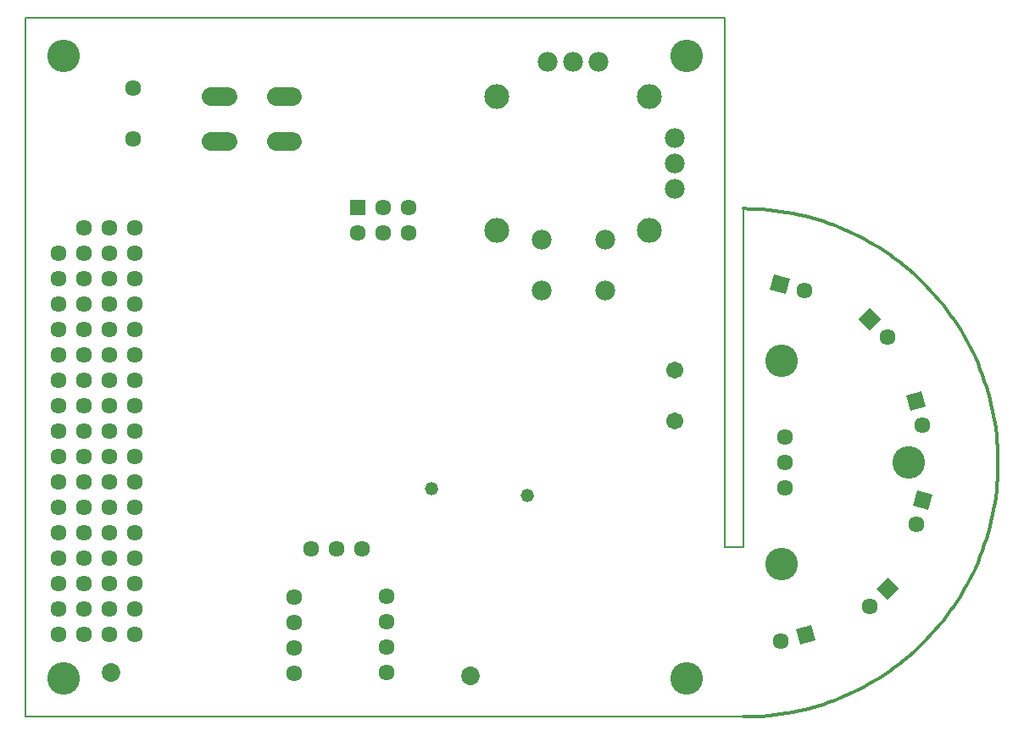
<source format=gbs>
G75*
%MOIN*%
%OFA0B0*%
%FSLAX24Y24*%
%IPPOS*%
%LPD*%
%AMOC8*
5,1,8,0,0,1.08239X$1,22.5*
%
%ADD10C,0.0120*%
%ADD11C,0.0080*%
%ADD12R,0.0635X0.0635*%
%ADD13C,0.0635*%
%ADD14R,0.0635X0.0635*%
%ADD15C,0.1280*%
%ADD16C,0.0674*%
%ADD17C,0.0980*%
%ADD18C,0.0780*%
%ADD19C,0.0720*%
%ADD20C,0.0520*%
%ADD21C,0.0730*%
D10*
X028400Y000974D02*
X028644Y000977D01*
X028887Y000986D01*
X029130Y001001D01*
X029373Y001021D01*
X029615Y001048D01*
X029856Y001081D01*
X030096Y001119D01*
X030336Y001163D01*
X030574Y001213D01*
X030811Y001269D01*
X031047Y001331D01*
X031281Y001398D01*
X031513Y001471D01*
X031744Y001550D01*
X031972Y001634D01*
X032199Y001724D01*
X032423Y001819D01*
X032645Y001920D01*
X032864Y002026D01*
X033080Y002137D01*
X033294Y002254D01*
X033505Y002375D01*
X033713Y002502D01*
X033918Y002634D01*
X034119Y002771D01*
X034317Y002913D01*
X034512Y003059D01*
X034703Y003210D01*
X034890Y003366D01*
X035073Y003526D01*
X035253Y003691D01*
X035428Y003860D01*
X035599Y004033D01*
X035766Y004211D01*
X035928Y004392D01*
X036086Y004577D01*
X036240Y004766D01*
X036389Y004959D01*
X036533Y005155D01*
X036672Y005355D01*
X036807Y005558D01*
X036936Y005765D01*
X037060Y005974D01*
X037179Y006186D01*
X037293Y006402D01*
X037402Y006619D01*
X037505Y006840D01*
X037603Y007063D01*
X037696Y007288D01*
X037783Y007516D01*
X037864Y007745D01*
X037940Y007977D01*
X038010Y008210D01*
X038075Y008445D01*
X038134Y008681D01*
X038187Y008919D01*
X038234Y009158D01*
X038275Y009398D01*
X038310Y009639D01*
X038340Y009880D01*
X038364Y010123D01*
X038381Y010366D01*
X038393Y010609D01*
X038399Y010852D01*
X038399Y011096D01*
X038393Y011339D01*
X038381Y011582D01*
X038364Y011825D01*
X038340Y012068D01*
X038310Y012309D01*
X038275Y012550D01*
X038234Y012790D01*
X038187Y013029D01*
X038134Y013267D01*
X038075Y013503D01*
X038010Y013738D01*
X037940Y013971D01*
X037864Y014203D01*
X037783Y014432D01*
X037696Y014660D01*
X037603Y014885D01*
X037505Y015108D01*
X037402Y015329D01*
X037293Y015546D01*
X037179Y015762D01*
X037060Y015974D01*
X036936Y016183D01*
X036807Y016390D01*
X036672Y016593D01*
X036533Y016793D01*
X036389Y016989D01*
X036240Y017182D01*
X036086Y017371D01*
X035928Y017556D01*
X035766Y017737D01*
X035599Y017915D01*
X035428Y018088D01*
X035253Y018257D01*
X035073Y018422D01*
X034890Y018582D01*
X034703Y018738D01*
X034512Y018889D01*
X034317Y019035D01*
X034119Y019177D01*
X033918Y019314D01*
X033713Y019446D01*
X033505Y019573D01*
X033294Y019694D01*
X033080Y019811D01*
X032864Y019922D01*
X032645Y020028D01*
X032423Y020129D01*
X032199Y020224D01*
X031972Y020314D01*
X031744Y020398D01*
X031513Y020477D01*
X031281Y020550D01*
X031047Y020617D01*
X030811Y020679D01*
X030574Y020735D01*
X030336Y020785D01*
X030096Y020829D01*
X029856Y020867D01*
X029615Y020900D01*
X029373Y020927D01*
X029130Y020947D01*
X028887Y020962D01*
X028644Y020971D01*
X028400Y020974D01*
D11*
X028400Y000974D02*
X000150Y000974D01*
X000150Y028474D01*
X027650Y028474D01*
X027650Y007667D01*
X028400Y007667D01*
X028400Y020974D01*
D12*
X013213Y021037D03*
D13*
X014213Y021037D03*
X015213Y021037D03*
X015213Y020037D03*
X014213Y020037D03*
X013213Y020037D03*
X004450Y020224D03*
X004450Y019224D03*
X004450Y018224D03*
X003450Y018224D03*
X002450Y018224D03*
X001450Y018224D03*
X001450Y019224D03*
X002450Y019224D03*
X003450Y019224D03*
X003450Y020224D03*
X002450Y020224D03*
X002450Y017224D03*
X003450Y017224D03*
X003450Y016224D03*
X002450Y016224D03*
X002450Y015224D03*
X003450Y015224D03*
X003450Y014224D03*
X002450Y014224D03*
X002450Y013224D03*
X003450Y013224D03*
X003450Y012224D03*
X002450Y012224D03*
X002450Y011224D03*
X003450Y011224D03*
X003450Y010224D03*
X002450Y010224D03*
X002450Y009224D03*
X003450Y009224D03*
X003450Y008224D03*
X002450Y008224D03*
X002450Y007224D03*
X003450Y007224D03*
X003450Y006224D03*
X002450Y006224D03*
X002450Y005224D03*
X003450Y005224D03*
X003450Y004224D03*
X002450Y004224D03*
X001450Y004224D03*
X001450Y005224D03*
X001450Y006224D03*
X001450Y007224D03*
X001450Y008224D03*
X001450Y009224D03*
X001450Y010224D03*
X001450Y011224D03*
X001450Y012224D03*
X001450Y013224D03*
X001450Y014224D03*
X001450Y015224D03*
X001450Y016224D03*
X001450Y017224D03*
X004450Y017224D03*
X004450Y016224D03*
X004450Y015224D03*
X004450Y014224D03*
X004450Y013224D03*
X004450Y012224D03*
X004450Y011224D03*
X004450Y010224D03*
X004450Y009224D03*
X004450Y008224D03*
X004450Y007224D03*
X004450Y006224D03*
X004450Y005224D03*
X004450Y004224D03*
X010725Y004699D03*
X010725Y003699D03*
X010725Y002699D03*
X010725Y005699D03*
X011400Y007599D03*
X012400Y007599D03*
X013400Y007599D03*
X014350Y005724D03*
X014350Y004724D03*
X014350Y003724D03*
X014350Y002724D03*
X029867Y003945D03*
X033349Y005318D03*
X035171Y008541D03*
X035429Y012441D03*
X034056Y015923D03*
X030783Y017745D03*
X030025Y011974D03*
X030025Y010974D03*
X030025Y009974D03*
X004375Y023712D03*
X004375Y025712D03*
D14*
G36*
X030041Y017616D02*
X029429Y017780D01*
X029593Y018392D01*
X030205Y018228D01*
X030041Y017616D01*
G37*
G36*
X033349Y016182D02*
X032901Y016630D01*
X033349Y017078D01*
X033797Y016630D01*
X033349Y016182D01*
G37*
G36*
X034947Y013019D02*
X034783Y013631D01*
X035395Y013795D01*
X035559Y013183D01*
X034947Y013019D01*
G37*
G36*
X035041Y009283D02*
X035205Y009895D01*
X035817Y009731D01*
X035653Y009119D01*
X035041Y009283D01*
G37*
G36*
X033608Y006025D02*
X034056Y006473D01*
X034504Y006025D01*
X034056Y005577D01*
X033608Y006025D01*
G37*
G36*
X030445Y004428D02*
X031057Y004592D01*
X031221Y003980D01*
X030609Y003816D01*
X030445Y004428D01*
G37*
D15*
X029900Y006974D03*
X034900Y010974D03*
X029900Y014974D03*
X026150Y026974D03*
X001650Y026974D03*
X001650Y002474D03*
X026150Y002474D03*
D16*
X025700Y012640D03*
X025700Y014608D03*
D17*
X024688Y020124D03*
X018688Y020124D03*
X018688Y025374D03*
X024688Y025374D03*
D18*
X025688Y023749D03*
X025688Y022749D03*
X025688Y021749D03*
X022938Y019749D03*
X022938Y017749D03*
X020438Y017749D03*
X020438Y019749D03*
X020688Y026749D03*
X021688Y026749D03*
X022688Y026749D03*
D19*
X010663Y025389D02*
X010023Y025389D01*
X010023Y023609D02*
X010663Y023609D01*
X008103Y023609D02*
X007463Y023609D01*
X007463Y025389D02*
X008103Y025389D01*
D20*
X016125Y009962D03*
X019875Y009687D03*
D21*
X017650Y002599D03*
X003525Y002724D03*
M02*

</source>
